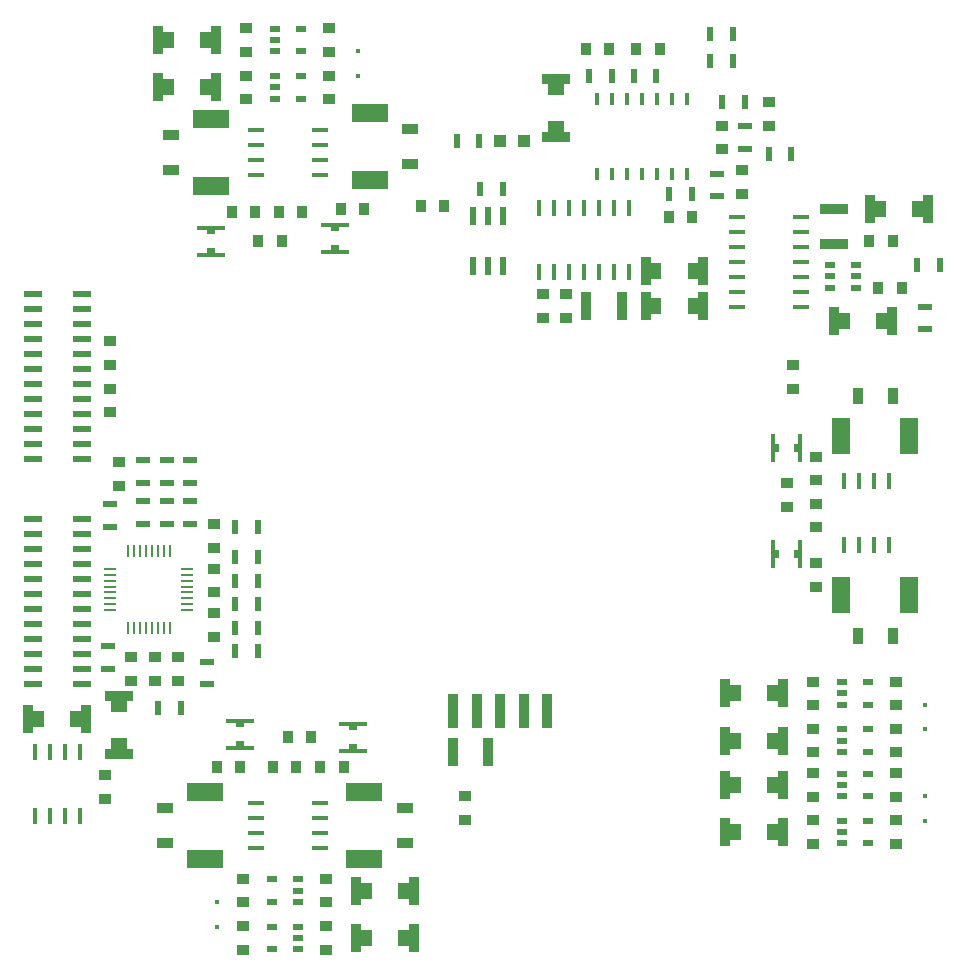
<source format=gbp>
G04 #@! TF.FileFunction,Paste,Bot*
%FSLAX46Y46*%
G04 Gerber Fmt 4.6, Leading zero omitted, Abs format (unit mm)*
G04 Created by KiCad (PCBNEW 4.0.6-e0-6349~53~ubuntu16.04.1) date Thu Aug 24 13:51:26 2017*
%MOMM*%
%LPD*%
G01*
G04 APERTURE LIST*
%ADD10C,0.100000*%
%ADD11R,0.610000X1.650000*%
%ADD12R,0.550000X1.150000*%
%ADD13R,1.050000X0.130000*%
%ADD14R,0.130000X1.050000*%
%ADD15R,0.450000X1.400000*%
%ADD16R,1.150000X0.550000*%
%ADD17R,1.100000X0.850000*%
%ADD18R,0.850000X1.100000*%
%ADD19R,3.030000X1.505000*%
%ADD20R,1.505000X3.030000*%
%ADD21R,1.400000X0.450000*%
%ADD22R,1.450000X0.850000*%
%ADD23R,0.850000X1.450000*%
%ADD24R,0.300000X0.440000*%
%ADD25R,0.910000X0.500000*%
%ADD26R,2.350000X0.850000*%
%ADD27R,1.350000X0.450000*%
%ADD28R,0.358000X0.993000*%
%ADD29R,0.850000X2.350000*%
%ADD30R,0.450000X1.350000*%
%ADD31R,1.048880X1.048880*%
%ADD32R,0.850000X2.850000*%
%ADD33R,1.650000X0.610000*%
%ADD34R,0.360000X2.450000*%
%ADD35R,0.750000X0.750000*%
%ADD36R,2.450000X0.360000*%
%ADD37R,1.250000X1.450000*%
%ADD38R,1.450000X1.250000*%
G04 APERTURE END LIST*
D10*
D11*
X101270000Y-81100000D03*
X101270000Y-76900000D03*
X100000000Y-81100000D03*
X100000000Y-76900000D03*
X98730000Y-81100000D03*
X98730000Y-76900000D03*
D12*
X114200000Y-65000000D03*
X112300000Y-65000000D03*
D13*
X74500000Y-106750000D03*
X74500000Y-107250000D03*
X74500000Y-107750000D03*
X74500000Y-108250000D03*
X74500000Y-108750000D03*
X74500000Y-109250000D03*
X74500000Y-109750000D03*
X74500000Y-110250000D03*
D14*
X73000000Y-111750000D03*
X72500000Y-111750000D03*
X72000000Y-111750000D03*
X71500000Y-111750000D03*
X71000000Y-111750000D03*
X70500000Y-111750000D03*
X70000000Y-111750000D03*
X69500000Y-111750000D03*
D13*
X68000000Y-110250000D03*
X68000000Y-109750000D03*
X68000000Y-109250000D03*
X68000000Y-108750000D03*
X68000000Y-108250000D03*
X68000000Y-107750000D03*
X68000000Y-107250000D03*
X68000000Y-106750000D03*
D14*
X69500000Y-105250000D03*
X70000000Y-105250000D03*
X70500000Y-105250000D03*
X71000000Y-105250000D03*
X71500000Y-105250000D03*
X72000000Y-105250000D03*
X72500000Y-105250000D03*
X73000000Y-105250000D03*
D15*
X133905000Y-104700000D03*
X132635000Y-104700000D03*
X131365000Y-104700000D03*
X130095000Y-104700000D03*
X130095000Y-99300000D03*
X131365000Y-99300000D03*
X132635000Y-99300000D03*
X133905000Y-99300000D03*
D16*
X76200000Y-116500000D03*
X76200000Y-114600000D03*
D17*
X86250000Y-135000000D03*
X86250000Y-133000000D03*
D18*
X81750000Y-123500000D03*
X83750000Y-123500000D03*
D17*
X134500000Y-120300000D03*
X134500000Y-122300000D03*
D12*
X117200000Y-75000000D03*
X115300000Y-75000000D03*
D17*
X68000000Y-87500000D03*
X68000000Y-89500000D03*
X68000000Y-91500000D03*
X68000000Y-93500000D03*
D12*
X101200000Y-74600000D03*
X99300000Y-74600000D03*
D16*
X121750000Y-69300000D03*
X121750000Y-71200000D03*
D17*
X79500000Y-63000000D03*
X79500000Y-61000000D03*
X86500000Y-63000000D03*
X86500000Y-61000000D03*
X79500000Y-65000000D03*
X79500000Y-67000000D03*
X67500000Y-124250000D03*
X67500000Y-126250000D03*
D18*
X112500000Y-62750000D03*
X114500000Y-62750000D03*
X110250000Y-62750000D03*
X108250000Y-62750000D03*
D17*
X68750000Y-97750000D03*
X68750000Y-99750000D03*
X119750000Y-71250000D03*
X119750000Y-69250000D03*
D18*
X117250000Y-77000000D03*
X115250000Y-77000000D03*
D17*
X86250000Y-137000000D03*
X86250000Y-139000000D03*
X79250000Y-137000000D03*
X79250000Y-139000000D03*
X76750000Y-103000000D03*
X76750000Y-105000000D03*
X76750000Y-106750000D03*
X76750000Y-108750000D03*
X76750000Y-110500000D03*
X76750000Y-112500000D03*
X73750000Y-116250000D03*
X73750000Y-114250000D03*
X71750000Y-114250000D03*
X71750000Y-116250000D03*
X69750000Y-114250000D03*
X69750000Y-116250000D03*
D18*
X133000000Y-83000000D03*
X135000000Y-83000000D03*
X132250000Y-79000000D03*
X134250000Y-79000000D03*
X83000000Y-121000000D03*
X85000000Y-121000000D03*
D17*
X86500000Y-65000000D03*
X86500000Y-67000000D03*
X127500000Y-120300000D03*
X127500000Y-122300000D03*
D18*
X84250000Y-76500000D03*
X82250000Y-76500000D03*
D17*
X134500000Y-126050000D03*
X134500000Y-124050000D03*
X127500000Y-128050000D03*
X127500000Y-130050000D03*
D16*
X70750000Y-101050000D03*
X70750000Y-102950000D03*
X72750000Y-101050000D03*
X72750000Y-102950000D03*
D12*
X73950000Y-118500000D03*
X72050000Y-118500000D03*
D16*
X74750000Y-101050000D03*
X74750000Y-102950000D03*
X70750000Y-99450000D03*
X70750000Y-97550000D03*
X72750000Y-99450000D03*
X72750000Y-97550000D03*
D12*
X136299990Y-80999990D03*
X138199990Y-80999990D03*
D16*
X74750000Y-99450000D03*
X74750000Y-97550000D03*
X68000000Y-101300000D03*
X68000000Y-103200000D03*
D12*
X78550000Y-103250000D03*
X80450000Y-103250000D03*
X80450000Y-105750000D03*
X78550000Y-105750000D03*
X78550000Y-107750000D03*
X80450000Y-107750000D03*
X80450000Y-109750000D03*
X78550000Y-109750000D03*
X78550000Y-111750000D03*
X80450000Y-111750000D03*
X80450000Y-113750000D03*
X78550000Y-113750000D03*
D19*
X76000000Y-125642500D03*
X76000000Y-131357500D03*
X89500000Y-125642500D03*
X89500000Y-131357500D03*
X90000000Y-73857500D03*
X90000000Y-68142500D03*
X76500000Y-74357500D03*
X76500000Y-68642500D03*
D20*
X129892500Y-109000000D03*
X135607500Y-109000000D03*
X129892500Y-95500000D03*
X135607500Y-95500000D03*
D21*
X80300000Y-130405000D03*
X80300000Y-129135000D03*
X80300000Y-127865000D03*
X80300000Y-126595000D03*
X85700000Y-126595000D03*
X85700000Y-127865000D03*
X85700000Y-129135000D03*
X85700000Y-130405000D03*
D15*
X61645000Y-122300000D03*
X62915000Y-122300000D03*
X64185000Y-122300000D03*
X65455000Y-122300000D03*
X65455000Y-127700000D03*
X64185000Y-127700000D03*
X62915000Y-127700000D03*
X61645000Y-127700000D03*
D21*
X85700000Y-69595000D03*
X85700000Y-70865000D03*
X85700000Y-72135000D03*
X85700000Y-73405000D03*
X80300000Y-73405000D03*
X80300000Y-72135000D03*
X80300000Y-70865000D03*
X80300000Y-69595000D03*
D22*
X72600000Y-127000000D03*
X72600000Y-130000000D03*
X92900000Y-127000000D03*
X92900000Y-130000000D03*
X93400000Y-72500000D03*
X93400000Y-69500000D03*
X73100000Y-73000000D03*
X73100000Y-70000000D03*
D23*
X131250000Y-112400000D03*
X134250000Y-112400000D03*
X131250000Y-92100000D03*
X134250000Y-92100000D03*
D12*
X110450000Y-65000000D03*
X108550000Y-65000000D03*
D17*
X134500000Y-128050000D03*
X134500000Y-130050000D03*
X127750000Y-103250000D03*
X127750000Y-101250000D03*
X125250000Y-101500000D03*
X125250000Y-99500000D03*
D24*
X137000000Y-125995000D03*
X137000000Y-128105000D03*
D18*
X79000000Y-123500000D03*
X77000000Y-123500000D03*
X87750000Y-123500000D03*
X85750000Y-123500000D03*
X87500000Y-76250000D03*
X89500000Y-76250000D03*
X78250000Y-76500000D03*
X80250000Y-76500000D03*
D17*
X127750000Y-106250000D03*
X127750000Y-108250000D03*
X127750000Y-97250000D03*
X127750000Y-99250000D03*
D25*
X81900000Y-62950000D03*
X81900000Y-62000000D03*
X81900000Y-61050000D03*
X84100000Y-61050000D03*
X84100000Y-62950000D03*
X81900000Y-66950000D03*
X81900000Y-66000000D03*
X81900000Y-65050000D03*
X84100000Y-65050000D03*
X84100000Y-66950000D03*
X129900000Y-118250000D03*
X129900000Y-117300000D03*
X129900000Y-116350000D03*
X132100000Y-116350000D03*
X132100000Y-118250000D03*
X129900000Y-122250000D03*
X129900000Y-121300000D03*
X129900000Y-120350000D03*
X132100000Y-120350000D03*
X132100000Y-122250000D03*
X129900000Y-126000000D03*
X129900000Y-125050000D03*
X129900000Y-124100000D03*
X132100000Y-124100000D03*
X132100000Y-126000000D03*
X129900000Y-130000000D03*
X129900000Y-129050000D03*
X129900000Y-128100000D03*
X132100000Y-128100000D03*
X132100000Y-130000000D03*
D26*
X129250000Y-79250000D03*
X129250000Y-76250000D03*
D17*
X79250000Y-135000000D03*
X79250000Y-133000000D03*
X127500000Y-118300000D03*
X127500000Y-116300000D03*
X134500000Y-118300000D03*
X134500000Y-116300000D03*
X127500000Y-126050000D03*
X127500000Y-124050000D03*
D18*
X82500000Y-79000000D03*
X80500000Y-79000000D03*
D24*
X77000000Y-137055000D03*
X77000000Y-134945000D03*
X89000000Y-62945000D03*
X89000000Y-65055000D03*
X137000000Y-118245000D03*
X137000000Y-120355000D03*
D25*
X128900000Y-82950000D03*
X128900000Y-82000000D03*
X128900000Y-81050000D03*
X131100000Y-81050000D03*
X131100000Y-82950000D03*
X131100000Y-82000000D03*
D27*
X121050000Y-84560000D03*
X121050000Y-83290000D03*
X121050000Y-82020000D03*
X121050000Y-80750000D03*
X121050000Y-79480000D03*
X121050000Y-78210000D03*
X121050000Y-76940000D03*
X126450000Y-76940000D03*
X126450000Y-78210000D03*
X126450000Y-79480000D03*
X126450000Y-80750000D03*
X126450000Y-82020000D03*
X126450000Y-83290000D03*
X126450000Y-84560000D03*
D28*
X109180000Y-66948000D03*
X110450000Y-66948000D03*
X111720000Y-66948000D03*
X112990000Y-66948000D03*
X114260000Y-66948000D03*
X115530000Y-66948000D03*
X116800000Y-66948000D03*
X116800000Y-73298000D03*
X115530000Y-73298000D03*
X112990000Y-73298000D03*
X111720000Y-73298000D03*
X110450000Y-73298000D03*
X109180000Y-73298000D03*
X114260000Y-73298000D03*
D25*
X83850000Y-137050000D03*
X83850000Y-138000000D03*
X83850000Y-138950000D03*
X81650000Y-138950000D03*
X81650000Y-137050000D03*
X83850000Y-133050000D03*
X83850000Y-134000000D03*
X83850000Y-134950000D03*
X81650000Y-134950000D03*
X81650000Y-133050000D03*
D17*
X104601790Y-83500000D03*
X104601790Y-85500000D03*
X123750000Y-69250000D03*
X123750000Y-67250000D03*
D29*
X108301790Y-84500000D03*
X111301790Y-84500000D03*
D17*
X106601790Y-83500000D03*
X106601790Y-85500000D03*
D16*
X67750000Y-113300000D03*
X67750000Y-115200000D03*
D12*
X119800000Y-67250000D03*
X121700000Y-67250000D03*
X123750000Y-71600000D03*
X125650000Y-71600000D03*
D30*
X104300000Y-76200000D03*
X105570000Y-76200000D03*
X106840000Y-76200000D03*
X108110000Y-76200000D03*
X109380000Y-76200000D03*
X110650000Y-76200000D03*
X111920000Y-76200000D03*
X111920000Y-81600000D03*
X110650000Y-81600000D03*
X109380000Y-81600000D03*
X108110000Y-81600000D03*
X106840000Y-81600000D03*
X105570000Y-81600000D03*
X104300000Y-81600000D03*
D29*
X97000000Y-122250000D03*
X100000000Y-122250000D03*
D31*
X103049020Y-70500000D03*
X100950980Y-70500000D03*
D32*
X105000000Y-118750000D03*
X103000000Y-118750000D03*
X101000000Y-118750000D03*
X99000000Y-118750000D03*
X97000000Y-118750000D03*
D12*
X99200000Y-70500000D03*
X97300000Y-70500000D03*
D33*
X65620000Y-83455000D03*
X61420000Y-83455000D03*
X65620000Y-84725000D03*
X61420000Y-84725000D03*
X65620000Y-85995000D03*
X61420000Y-85995000D03*
X65620000Y-87265000D03*
X61420000Y-87265000D03*
X65620000Y-88535000D03*
X61420000Y-88535000D03*
X65620000Y-89805000D03*
X61420000Y-89805000D03*
X65620000Y-91075000D03*
X61420000Y-91075000D03*
X65620000Y-92345000D03*
X61420000Y-92345000D03*
X65620000Y-93615000D03*
X61420000Y-93615000D03*
X65620000Y-94885000D03*
X61420000Y-94885000D03*
X65620000Y-96155000D03*
X61420000Y-96155000D03*
X65620000Y-97425000D03*
X61420000Y-97425000D03*
X65620000Y-102575000D03*
X61420000Y-102575000D03*
X65620000Y-103845000D03*
X61420000Y-103845000D03*
X65620000Y-105115000D03*
X61420000Y-105115000D03*
X65620000Y-106385000D03*
X61420000Y-106385000D03*
X65620000Y-107655000D03*
X61420000Y-107655000D03*
X65620000Y-108925000D03*
X61420000Y-108925000D03*
X65620000Y-110195000D03*
X61420000Y-110195000D03*
X65620000Y-111465000D03*
X61420000Y-111465000D03*
X65620000Y-112735000D03*
X61420000Y-112735000D03*
X65620000Y-114005000D03*
X61420000Y-114005000D03*
X65620000Y-115275000D03*
X61420000Y-115275000D03*
X65620000Y-116545000D03*
X61420000Y-116545000D03*
D17*
X121500000Y-75000000D03*
X121500000Y-73000000D03*
D16*
X119350000Y-75200000D03*
X119350000Y-73300000D03*
D12*
X118800000Y-63750000D03*
X120700000Y-63750000D03*
X118800000Y-61500000D03*
X120700000Y-61500000D03*
D17*
X125750000Y-91500000D03*
X125750000Y-89500000D03*
D18*
X94250000Y-76000000D03*
X96250000Y-76000000D03*
D17*
X98000000Y-126000000D03*
X98000000Y-128000000D03*
D16*
X137000000Y-86450000D03*
X137000000Y-84550000D03*
D34*
X124105000Y-96500000D03*
X126395000Y-96500000D03*
D35*
X124300000Y-96500000D03*
X126200000Y-96500000D03*
D34*
X124105000Y-105500000D03*
X126395000Y-105500000D03*
D35*
X124300000Y-105500000D03*
X126200000Y-105500000D03*
D36*
X76500000Y-80145000D03*
X76500000Y-77855000D03*
D35*
X76500000Y-79950000D03*
X76500000Y-78050000D03*
D36*
X87000000Y-79895000D03*
X87000000Y-77605000D03*
D35*
X87000000Y-79700000D03*
X87000000Y-77800000D03*
D36*
X88500000Y-119855000D03*
X88500000Y-122145000D03*
D35*
X88500000Y-120050000D03*
X88500000Y-121950000D03*
D36*
X79000000Y-119605000D03*
X79000000Y-121895000D03*
D35*
X79000000Y-119800000D03*
X79000000Y-121700000D03*
D29*
X113300000Y-81500000D03*
X118200000Y-81500000D03*
D37*
X114050000Y-81500000D03*
X117450000Y-81500000D03*
D29*
X118200000Y-84500000D03*
X113300000Y-84500000D03*
D37*
X117450000Y-84500000D03*
X114050000Y-84500000D03*
D29*
X132300000Y-76250000D03*
X137200000Y-76250000D03*
D37*
X133050000Y-76250000D03*
X136450000Y-76250000D03*
D29*
X129300000Y-85750000D03*
X134200000Y-85750000D03*
D37*
X130050000Y-85750000D03*
X133450000Y-85750000D03*
D29*
X124950000Y-129050000D03*
X120050000Y-129050000D03*
D37*
X124200000Y-129050000D03*
X120800000Y-129050000D03*
D29*
X124950000Y-125050000D03*
X120050000Y-125050000D03*
D37*
X124200000Y-125050000D03*
X120800000Y-125050000D03*
D29*
X124950000Y-121300000D03*
X120050000Y-121300000D03*
D37*
X124200000Y-121300000D03*
X120800000Y-121300000D03*
D29*
X124950000Y-117300000D03*
X120050000Y-117300000D03*
D37*
X124200000Y-117300000D03*
X120800000Y-117300000D03*
D29*
X76950000Y-66000000D03*
X72050000Y-66000000D03*
D37*
X76200000Y-66000000D03*
X72800000Y-66000000D03*
D29*
X76950000Y-62000000D03*
X72050000Y-62000000D03*
D37*
X76200000Y-62000000D03*
X72800000Y-62000000D03*
D29*
X88800000Y-134000000D03*
X93700000Y-134000000D03*
D37*
X89550000Y-134000000D03*
X92950000Y-134000000D03*
D29*
X88800000Y-138000000D03*
X93700000Y-138000000D03*
D37*
X89550000Y-138000000D03*
X92950000Y-138000000D03*
D26*
X105750000Y-65300000D03*
X105750000Y-70200000D03*
D38*
X105750000Y-66050000D03*
X105750000Y-69450000D03*
D29*
X61050000Y-119500000D03*
X65950000Y-119500000D03*
D37*
X61800000Y-119500000D03*
X65200000Y-119500000D03*
D26*
X68750000Y-122450000D03*
X68750000Y-117550000D03*
D38*
X68750000Y-121700000D03*
X68750000Y-118300000D03*
M02*

</source>
